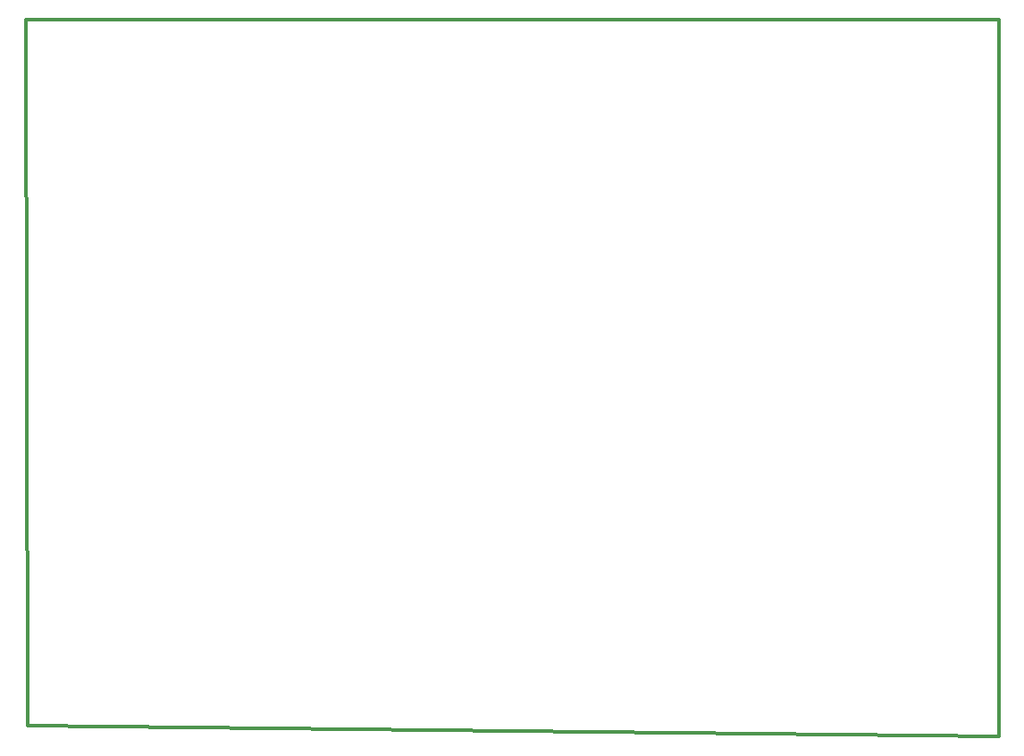
<source format=gbr>
%FSLAX34Y34*%
%MOMM*%
%LNOUTLINE*%
G71*
G01*
%ADD10C,0.300*%
%LPD*%
G54D10*
X-919998Y679999D02*
X0Y679999D01*
X0Y0D01*
X-919998Y10000D01*
X-921598Y679999D01*
M02*

</source>
